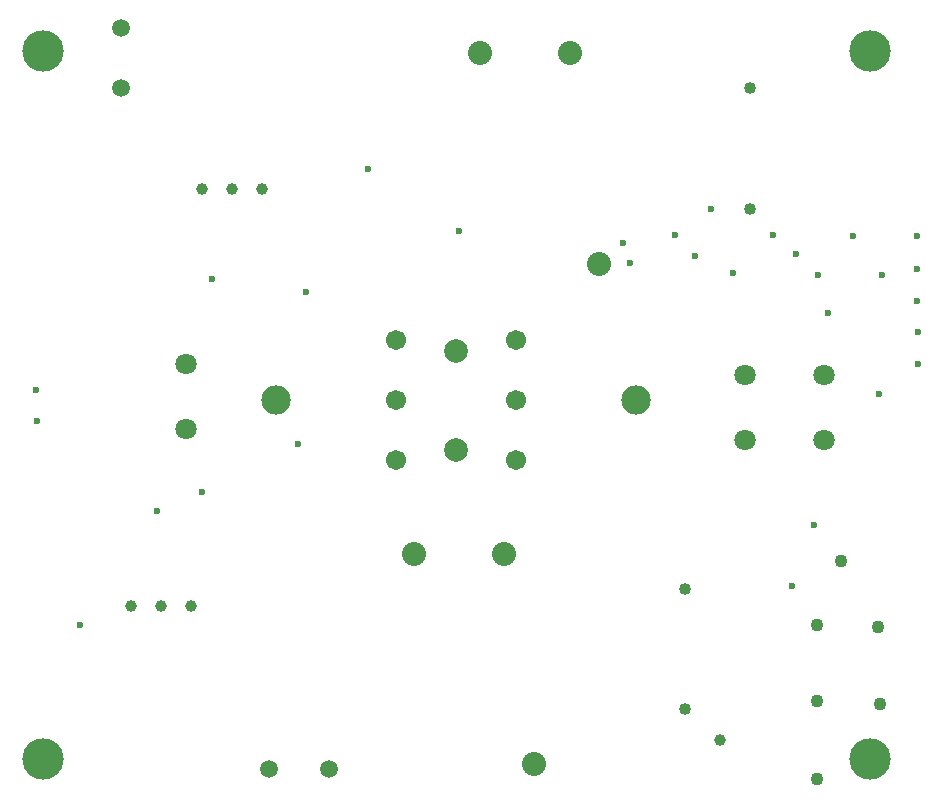
<source format=gbr>
%TF.GenerationSoftware,KiCad,Pcbnew,7.0.6-0*%
%TF.CreationDate,2023-08-01T13:46:39-04:00*%
%TF.ProjectId,Power Selector,506f7765-7220-4536-956c-6563746f722e,rev?*%
%TF.SameCoordinates,Original*%
%TF.FileFunction,Plated,1,2,PTH,Drill*%
%TF.FilePolarity,Positive*%
%FSLAX46Y46*%
G04 Gerber Fmt 4.6, Leading zero omitted, Abs format (unit mm)*
G04 Created by KiCad (PCBNEW 7.0.6-0) date 2023-08-01 13:46:39*
%MOMM*%
%LPD*%
G01*
G04 APERTURE LIST*
%TA.AperFunction,ViaDrill*%
%ADD10C,0.600000*%
%TD*%
%TA.AperFunction,ViaDrill*%
%ADD11C,1.000000*%
%TD*%
%TA.AperFunction,ComponentDrill*%
%ADD12C,1.000000*%
%TD*%
%TA.AperFunction,ComponentDrill*%
%ADD13C,1.016000*%
%TD*%
%TA.AperFunction,ComponentDrill*%
%ADD14C,1.100000*%
%TD*%
%TA.AperFunction,ComponentDrill*%
%ADD15C,1.500000*%
%TD*%
%TA.AperFunction,ComponentDrill*%
%ADD16C,1.701800*%
%TD*%
%TA.AperFunction,ComponentDrill*%
%ADD17C,1.800000*%
%TD*%
%TA.AperFunction,ComponentDrill*%
%ADD18C,2.006600*%
%TD*%
%TA.AperFunction,ComponentDrill*%
%ADD19C,2.032000*%
%TD*%
%TA.AperFunction,ComponentDrill*%
%ADD20C,2.489200*%
%TD*%
%TA.AperFunction,ComponentDrill*%
%ADD21C,3.500000*%
%TD*%
G04 APERTURE END LIST*
D10*
X65100000Y-98900000D03*
X65200000Y-101600000D03*
X68800000Y-118800000D03*
X75400000Y-109200000D03*
X79200000Y-107600000D03*
X80020000Y-89520000D03*
X87300000Y-103500000D03*
X88000000Y-90600000D03*
X93200000Y-80200000D03*
X100930000Y-85470000D03*
X114850000Y-86500000D03*
X115400000Y-88200000D03*
X119200000Y-85800000D03*
X120900000Y-87600000D03*
X122250000Y-83650000D03*
X124150000Y-89000000D03*
X127500000Y-85800000D03*
X129100000Y-115500000D03*
X129450000Y-87400000D03*
X131000000Y-110350000D03*
X131300000Y-89200000D03*
X132200000Y-92400000D03*
X134300000Y-85900000D03*
X136500000Y-99300000D03*
X136700000Y-89200000D03*
X139700000Y-85900000D03*
X139700000Y-88700000D03*
X139700000Y-91400000D03*
X139800000Y-94000000D03*
X139800000Y-96700000D03*
D11*
X123000000Y-128600000D03*
D12*
%TO.C,U202*%
X73180000Y-117248200D03*
X75720000Y-117248200D03*
X78260000Y-117248200D03*
%TO.C,U201*%
X79180000Y-81951800D03*
X81720000Y-81951800D03*
X84260000Y-81951800D03*
D13*
%TO.C,K201*%
X120050000Y-115750000D03*
X120050000Y-125950000D03*
%TO.C,K203*%
X125600000Y-73400000D03*
X125600000Y-83600000D03*
D14*
%TO.C,TP4*%
X131200000Y-118800000D03*
%TO.C,TP3*%
X131200000Y-125300000D03*
%TO.C,TP6*%
X131200000Y-131900000D03*
%TO.C,TP5*%
X133300000Y-113400000D03*
%TO.C,TP2*%
X136400000Y-119000000D03*
%TO.C,TP1*%
X136600000Y-125500000D03*
D15*
%TO.C,F201*%
X72320000Y-68260000D03*
X72320000Y-73340000D03*
%TO.C,F202*%
X84860000Y-131000000D03*
X89940000Y-131000000D03*
D16*
%TO.C,J205*%
X95560000Y-94720000D03*
X95560000Y-99800000D03*
X95560000Y-104880000D03*
X105720000Y-94720000D03*
X105720000Y-99800000D03*
X105720000Y-104880000D03*
D17*
%TO.C,J201*%
X77800000Y-96740000D03*
X77800000Y-102240000D03*
%TO.C,J202*%
X125120000Y-97631500D03*
X125120000Y-103131500D03*
%TO.C,J203*%
X131823200Y-97631500D03*
X131823200Y-103131500D03*
D18*
%TO.C,J205*%
X100640000Y-95600001D03*
X100640000Y-103999999D03*
D19*
%TO.C,K201*%
X97150000Y-112787989D03*
%TO.C,K203*%
X102700000Y-70437989D03*
%TO.C,K201*%
X104750000Y-112787989D03*
X107250000Y-130588106D03*
%TO.C,K203*%
X110300000Y-70437989D03*
X112800000Y-88238106D03*
D20*
%TO.C,J205*%
X85400000Y-99800000D03*
X115880000Y-99800000D03*
D21*
%TO.C,H3*%
X65720000Y-70200000D03*
%TO.C,H4*%
X65720000Y-130200000D03*
%TO.C,H1*%
X135720000Y-70200000D03*
%TO.C,H2*%
X135720000Y-130200000D03*
M02*

</source>
